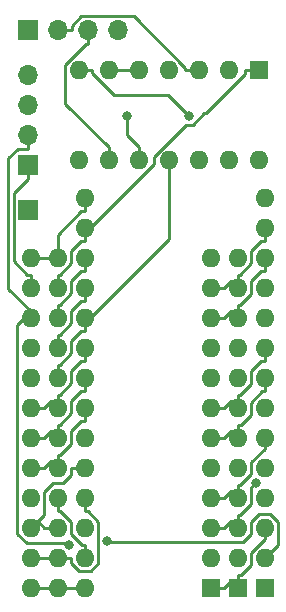
<source format=gbl>
G04 #@! TF.GenerationSoftware,KiCad,Pcbnew,(6.0.5)*
G04 #@! TF.CreationDate,2023-11-13T21:27:11+01:00*
G04 #@! TF.ProjectId,kicad-c128-byte-wide-color-ram,6b696361-642d-4633-9132-382d62797465,1.1*
G04 #@! TF.SameCoordinates,Original*
G04 #@! TF.FileFunction,Copper,L2,Bot*
G04 #@! TF.FilePolarity,Positive*
%FSLAX46Y46*%
G04 Gerber Fmt 4.6, Leading zero omitted, Abs format (unit mm)*
G04 Created by KiCad (PCBNEW (6.0.5)) date 2023-11-13 21:27:11*
%MOMM*%
%LPD*%
G01*
G04 APERTURE LIST*
G04 #@! TA.AperFunction,ComponentPad*
%ADD10R,1.600000X1.600000*%
G04 #@! TD*
G04 #@! TA.AperFunction,ComponentPad*
%ADD11O,1.600000X1.600000*%
G04 #@! TD*
G04 #@! TA.AperFunction,ComponentPad*
%ADD12R,1.700000X1.700000*%
G04 #@! TD*
G04 #@! TA.AperFunction,ComponentPad*
%ADD13O,1.700000X1.700000*%
G04 #@! TD*
G04 #@! TA.AperFunction,ViaPad*
%ADD14C,0.800000*%
G04 #@! TD*
G04 #@! TA.AperFunction,Conductor*
%ADD15C,0.250000*%
G04 #@! TD*
G04 APERTURE END LIST*
D10*
X126497000Y-68453000D03*
D11*
X123957000Y-68453000D03*
X121417000Y-68453000D03*
X118877000Y-68453000D03*
X116337000Y-68453000D03*
X113797000Y-68453000D03*
X111257000Y-68453000D03*
X111257000Y-76073000D03*
X113797000Y-76073000D03*
X116337000Y-76073000D03*
X118877000Y-76073000D03*
X121417000Y-76073000D03*
X123957000Y-76073000D03*
X126497000Y-76073000D03*
D12*
X106934000Y-76444000D03*
D13*
X106934000Y-73904000D03*
X106934000Y-71364000D03*
X106934000Y-68824000D03*
D12*
X106944000Y-65024000D03*
D13*
X109484000Y-65024000D03*
X112024000Y-65024000D03*
X114564000Y-65024000D03*
D12*
X106934000Y-80264000D03*
D10*
X124719000Y-112268000D03*
D11*
X124719000Y-109728000D03*
X124719000Y-107188000D03*
X124719000Y-104648000D03*
X124719000Y-102108000D03*
X124719000Y-99568000D03*
X124719000Y-97028000D03*
X124719000Y-94488000D03*
X124719000Y-91948000D03*
X124719000Y-89408000D03*
X124719000Y-86868000D03*
X124719000Y-84328000D03*
X109479000Y-84328000D03*
X109479000Y-86868000D03*
X109479000Y-89408000D03*
X109479000Y-91948000D03*
X109479000Y-94488000D03*
X109479000Y-97028000D03*
X109479000Y-99568000D03*
X109479000Y-102108000D03*
X109479000Y-104648000D03*
X109479000Y-107188000D03*
X109479000Y-109728000D03*
X109479000Y-112268000D03*
D10*
X122433000Y-112268000D03*
D11*
X122433000Y-109728000D03*
X122433000Y-107188000D03*
X122433000Y-104648000D03*
X122433000Y-102108000D03*
X122433000Y-99568000D03*
X122433000Y-97028000D03*
X122433000Y-94488000D03*
X122433000Y-91948000D03*
X122433000Y-89408000D03*
X122433000Y-86868000D03*
X122433000Y-84328000D03*
X107193000Y-84328000D03*
X107193000Y-86868000D03*
X107193000Y-89408000D03*
X107193000Y-91948000D03*
X107193000Y-94488000D03*
X107193000Y-97028000D03*
X107193000Y-99568000D03*
X107193000Y-102108000D03*
X107193000Y-104648000D03*
X107193000Y-107188000D03*
X107193000Y-109728000D03*
X107193000Y-112268000D03*
D10*
X127010000Y-112258000D03*
D11*
X127010000Y-109718000D03*
X127010000Y-107178000D03*
X127010000Y-104638000D03*
X127010000Y-102098000D03*
X127010000Y-99558000D03*
X127010000Y-97018000D03*
X127010000Y-94478000D03*
X127010000Y-91938000D03*
X127010000Y-89398000D03*
X127010000Y-86858000D03*
X127010000Y-84318000D03*
X127010000Y-81778000D03*
X127010000Y-79238000D03*
X111770000Y-79238000D03*
X111770000Y-81778000D03*
X111770000Y-84318000D03*
X111770000Y-86858000D03*
X111770000Y-89398000D03*
X111770000Y-91938000D03*
X111770000Y-94478000D03*
X111770000Y-97018000D03*
X111770000Y-99558000D03*
X111770000Y-102098000D03*
X111770000Y-104638000D03*
X111770000Y-107178000D03*
X111770000Y-109718000D03*
X111770000Y-112258000D03*
D14*
X120630800Y-72304900D03*
X126255500Y-103349300D03*
X115343000Y-72303100D03*
X113656900Y-108274600D03*
X110470700Y-108611800D03*
D15*
X109692000Y-93361100D02*
X109479000Y-93361100D01*
X110643100Y-92410000D02*
X109692000Y-93361100D01*
X110643100Y-91370000D02*
X110643100Y-92410000D01*
X111488200Y-90524900D02*
X110643100Y-91370000D01*
X111770000Y-90524900D02*
X111488200Y-90524900D01*
X109479000Y-94488000D02*
X109479000Y-93361100D01*
X111770000Y-89961400D02*
X111770000Y-89857000D01*
X111770000Y-89961400D02*
X111770000Y-90524900D01*
X111770000Y-89398000D02*
X111770000Y-89857000D01*
X118877000Y-82750000D02*
X118877000Y-76073000D01*
X111770000Y-89857000D02*
X118877000Y-82750000D01*
X109692000Y-90821100D02*
X109479000Y-90821100D01*
X110643100Y-89870000D02*
X109692000Y-90821100D01*
X110643100Y-88830000D02*
X110643100Y-89870000D01*
X111488200Y-87984900D02*
X110643100Y-88830000D01*
X111770000Y-87984900D02*
X111488200Y-87984900D01*
X111770000Y-86858000D02*
X111770000Y-87984900D01*
X109479000Y-91948000D02*
X109479000Y-90821100D01*
X109692000Y-88281100D02*
X109479000Y-88281100D01*
X110643100Y-87330000D02*
X109692000Y-88281100D01*
X110643100Y-86290000D02*
X110643100Y-87330000D01*
X111488200Y-85444900D02*
X110643100Y-86290000D01*
X111770000Y-85444900D02*
X111488200Y-85444900D01*
X111770000Y-84318000D02*
X111770000Y-85444900D01*
X109479000Y-89408000D02*
X109479000Y-88281100D01*
X109479000Y-86868000D02*
X109479000Y-85741100D01*
X111488200Y-82904900D02*
X111770000Y-82904900D01*
X110643100Y-83750000D02*
X111488200Y-82904900D01*
X110643100Y-84790000D02*
X110643100Y-83750000D01*
X109692000Y-85741100D02*
X110643100Y-84790000D01*
X109479000Y-85741100D02*
X109692000Y-85741100D01*
X111770000Y-82341400D02*
X111770000Y-82237000D01*
X111770000Y-82341400D02*
X111770000Y-82904900D01*
X111770000Y-81778000D02*
X111770000Y-82237000D01*
X126497000Y-68453000D02*
X125370100Y-68453000D01*
X125370100Y-68734800D02*
X125370100Y-68453000D01*
X122033800Y-72071100D02*
X125370100Y-68734800D01*
X121892500Y-72071100D02*
X122033800Y-72071100D01*
X121892500Y-72071200D02*
X121892500Y-72071100D01*
X120931900Y-73031800D02*
X121892500Y-72071200D01*
X120319800Y-73031800D02*
X120931900Y-73031800D01*
X117607000Y-75744600D02*
X120319800Y-73031800D01*
X117607000Y-76400000D02*
X117607000Y-75744600D01*
X111770000Y-82237000D02*
X117607000Y-76400000D01*
X110615900Y-112258000D02*
X110605900Y-112268000D01*
X111770000Y-112258000D02*
X110615900Y-112258000D01*
X109479000Y-112268000D02*
X110605900Y-112268000D01*
X107193000Y-112268000D02*
X109479000Y-112268000D01*
X107193000Y-109728000D02*
X109479000Y-109728000D01*
X110605900Y-110150600D02*
X110605900Y-109728000D01*
X111310100Y-110854800D02*
X110605900Y-110150600D01*
X112264900Y-110854800D02*
X111310100Y-110854800D01*
X112929800Y-110189900D02*
X112264900Y-110854800D01*
X112929800Y-106643000D02*
X112929800Y-110189900D01*
X112051700Y-105764900D02*
X112929800Y-106643000D01*
X111770000Y-105764900D02*
X112051700Y-105764900D01*
X111770000Y-104638000D02*
X111770000Y-105764900D01*
X109479000Y-109728000D02*
X110605900Y-109728000D01*
X107193000Y-107188000D02*
X107193000Y-106624500D01*
X109479000Y-107188000D02*
X108352100Y-107188000D01*
X108336100Y-106077000D02*
X107788600Y-106624500D01*
X108336100Y-104177700D02*
X108336100Y-106077000D01*
X109118200Y-103395600D02*
X108336100Y-104177700D01*
X109908900Y-103395600D02*
X109118200Y-103395600D01*
X110643100Y-102661400D02*
X109908900Y-103395600D01*
X110643100Y-102098000D02*
X110643100Y-102661400D01*
X107193000Y-106624500D02*
X107788600Y-106624500D01*
X107788600Y-106624500D02*
X108352100Y-107188000D01*
X111770000Y-102098000D02*
X110643100Y-102098000D01*
X109712500Y-105774900D02*
X109479000Y-105774900D01*
X110619500Y-106681900D02*
X109712500Y-105774900D01*
X110619500Y-107677000D02*
X110619500Y-106681900D01*
X111533600Y-108591100D02*
X110619500Y-107677000D01*
X111770000Y-108591100D02*
X111533600Y-108591100D01*
X111770000Y-109718000D02*
X111770000Y-108591100D01*
X109479000Y-104648000D02*
X109479000Y-105774900D01*
X111770000Y-97018000D02*
X111770000Y-98144900D01*
X111488200Y-98144900D02*
X111770000Y-98144900D01*
X110643100Y-98990000D02*
X111488200Y-98144900D01*
X110643100Y-100050500D02*
X110643100Y-98990000D01*
X109712500Y-100981100D02*
X110643100Y-100050500D01*
X109479000Y-100981100D02*
X109712500Y-100981100D01*
X109479000Y-102108000D02*
X109479000Y-101544500D01*
X109479000Y-101544500D02*
X109479000Y-100981100D01*
X108883400Y-101544500D02*
X108319900Y-102108000D01*
X109479000Y-101544500D02*
X108883400Y-101544500D01*
X107193000Y-102108000D02*
X108319900Y-102108000D01*
X111770000Y-94478000D02*
X111770000Y-95604900D01*
X111488200Y-95604900D02*
X111770000Y-95604900D01*
X110643100Y-96450000D02*
X111488200Y-95604900D01*
X110643100Y-97490000D02*
X110643100Y-96450000D01*
X109692000Y-98441100D02*
X110643100Y-97490000D01*
X109479000Y-98441100D02*
X109692000Y-98441100D01*
X109479000Y-99568000D02*
X109479000Y-99004500D01*
X109479000Y-99004500D02*
X109479000Y-98441100D01*
X108883400Y-99004500D02*
X108319900Y-99568000D01*
X109479000Y-99004500D02*
X108883400Y-99004500D01*
X107193000Y-99568000D02*
X108319900Y-99568000D01*
X109692000Y-95901100D02*
X109479000Y-95901100D01*
X110643100Y-94950000D02*
X109692000Y-95901100D01*
X110643100Y-93910000D02*
X110643100Y-94950000D01*
X111488200Y-93064900D02*
X110643100Y-93910000D01*
X111770000Y-93064900D02*
X111488200Y-93064900D01*
X111770000Y-91938000D02*
X111770000Y-93064900D01*
X109479000Y-97028000D02*
X109479000Y-96464500D01*
X109479000Y-96464500D02*
X109479000Y-95901100D01*
X108883400Y-96464500D02*
X108319900Y-97028000D01*
X109479000Y-96464500D02*
X108883400Y-96464500D01*
X107193000Y-97028000D02*
X108319900Y-97028000D01*
X111770000Y-79238000D02*
X111770000Y-80364900D01*
X109479000Y-82374200D02*
X109479000Y-84328000D01*
X111488300Y-80364900D02*
X109479000Y-82374200D01*
X111770000Y-80364900D02*
X111488300Y-80364900D01*
X107193000Y-84328000D02*
X108319900Y-84328000D01*
X109479000Y-84328000D02*
X108319900Y-84328000D01*
X112383900Y-68686500D02*
X112383900Y-68453000D01*
X114232300Y-70534900D02*
X112383900Y-68686500D01*
X118860800Y-70534900D02*
X114232300Y-70534900D01*
X120630800Y-72304900D02*
X118860800Y-70534900D01*
X111257000Y-68453000D02*
X112383900Y-68453000D01*
X124932000Y-85741100D02*
X124719000Y-85741100D01*
X125883100Y-84790000D02*
X124932000Y-85741100D01*
X125883100Y-83750000D02*
X125883100Y-84790000D01*
X126728200Y-82904900D02*
X125883100Y-83750000D01*
X127010000Y-82904900D02*
X126728200Y-82904900D01*
X127010000Y-81778000D02*
X127010000Y-82904900D01*
X124719000Y-86868000D02*
X124719000Y-86304500D01*
X124719000Y-86304500D02*
X124719000Y-85741100D01*
X124123400Y-86304500D02*
X123559900Y-86868000D01*
X124719000Y-86304500D02*
X124123400Y-86304500D01*
X122433000Y-86868000D02*
X123559900Y-86868000D01*
X124952500Y-88281100D02*
X124719000Y-88281100D01*
X125883100Y-87350500D02*
X124952500Y-88281100D01*
X125883100Y-86290000D02*
X125883100Y-87350500D01*
X126728200Y-85444900D02*
X125883100Y-86290000D01*
X127010000Y-85444900D02*
X126728200Y-85444900D01*
X127010000Y-84318000D02*
X127010000Y-85444900D01*
X124719000Y-89408000D02*
X124719000Y-88844500D01*
X124719000Y-88844500D02*
X124719000Y-88281100D01*
X124123400Y-88844500D02*
X123559900Y-89408000D01*
X124719000Y-88844500D02*
X124123400Y-88844500D01*
X122433000Y-89408000D02*
X123559900Y-89408000D01*
X124952500Y-95901100D02*
X124719000Y-95901100D01*
X125883100Y-94970500D02*
X124952500Y-95901100D01*
X125883100Y-93910000D02*
X125883100Y-94970500D01*
X126728200Y-93064900D02*
X125883100Y-93910000D01*
X127010000Y-93064900D02*
X126728200Y-93064900D01*
X127010000Y-91938000D02*
X127010000Y-93064900D01*
X124719000Y-97028000D02*
X124719000Y-96464500D01*
X124719000Y-96464500D02*
X124719000Y-95901100D01*
X124123400Y-96464500D02*
X123559900Y-97028000D01*
X124719000Y-96464500D02*
X124123400Y-96464500D01*
X122433000Y-97028000D02*
X123559900Y-97028000D01*
X126815600Y-95604900D02*
X127010000Y-95604900D01*
X125845900Y-96574600D02*
X126815600Y-95604900D01*
X125845900Y-97596000D02*
X125845900Y-96574600D01*
X125000800Y-98441100D02*
X125845900Y-97596000D01*
X124719000Y-98441100D02*
X125000800Y-98441100D01*
X127010000Y-94478000D02*
X127010000Y-95604900D01*
X124719000Y-99568000D02*
X124719000Y-99004500D01*
X124719000Y-99004500D02*
X124719000Y-98441100D01*
X124123400Y-99004500D02*
X123559900Y-99568000D01*
X124719000Y-99004500D02*
X124123400Y-99004500D01*
X122433000Y-99568000D02*
X123559900Y-99568000D01*
X127010000Y-99558000D02*
X127010000Y-100497700D01*
X124952500Y-103521100D02*
X124719000Y-103521100D01*
X125883100Y-102590500D02*
X124952500Y-103521100D01*
X125883100Y-101624600D02*
X125883100Y-102590500D01*
X127010000Y-100497700D02*
X125883100Y-101624600D01*
X124719000Y-104648000D02*
X124719000Y-104084500D01*
X124719000Y-104084500D02*
X124719000Y-103521100D01*
X124123400Y-104084500D02*
X123559900Y-104648000D01*
X124719000Y-104084500D02*
X124123400Y-104084500D01*
X122433000Y-104648000D02*
X123559900Y-104648000D01*
X125863700Y-103741100D02*
X126255500Y-103349300D01*
X125863700Y-105144000D02*
X125863700Y-103741100D01*
X124946600Y-106061100D02*
X125863700Y-105144000D01*
X124719000Y-106061100D02*
X124946600Y-106061100D01*
X124719000Y-107188000D02*
X124719000Y-106624500D01*
X124719000Y-106624500D02*
X124719000Y-106061100D01*
X124123400Y-106624500D02*
X123559900Y-107188000D01*
X124719000Y-106624500D02*
X124123400Y-106624500D01*
X122433000Y-107188000D02*
X123559900Y-107188000D01*
X127010000Y-107178000D02*
X127010000Y-108117700D01*
X125000800Y-111141100D02*
X124719000Y-111141100D01*
X125845900Y-110296000D02*
X125000800Y-111141100D01*
X125845900Y-109281800D02*
X125845900Y-110296000D01*
X127010000Y-108117700D02*
X125845900Y-109281800D01*
X124719000Y-112268000D02*
X124719000Y-111704500D01*
X124719000Y-111704500D02*
X124719000Y-111141100D01*
X124123400Y-111704500D02*
X123559900Y-112268000D01*
X124719000Y-111704500D02*
X124123400Y-111704500D01*
X122433000Y-112268000D02*
X123559900Y-112268000D01*
X115343000Y-73952100D02*
X116337000Y-74946100D01*
X115343000Y-72303100D02*
X115343000Y-73952100D01*
X116337000Y-76073000D02*
X116337000Y-74946100D01*
X110129400Y-71278500D02*
X113797000Y-74946100D01*
X110129400Y-67948400D02*
X110129400Y-71278500D01*
X111876900Y-66200900D02*
X110129400Y-67948400D01*
X112024000Y-66200900D02*
X111876900Y-66200900D01*
X112024000Y-65024000D02*
X112024000Y-66200900D01*
X113797000Y-76073000D02*
X113797000Y-74946100D01*
X120290100Y-68219500D02*
X120290100Y-68453000D01*
X115908600Y-63838000D02*
X120290100Y-68219500D01*
X111479100Y-63838000D02*
X115908600Y-63838000D01*
X110660900Y-64656200D02*
X111479100Y-63838000D01*
X110660900Y-65024000D02*
X110660900Y-64656200D01*
X109484000Y-65024000D02*
X110660900Y-65024000D01*
X121417000Y-68453000D02*
X120290100Y-68453000D01*
X113797000Y-68453000D02*
X116337000Y-68453000D01*
X107193000Y-89408000D02*
X107193000Y-88844500D01*
X110353900Y-108495000D02*
X110470700Y-108611800D01*
X106896300Y-108495000D02*
X110353900Y-108495000D01*
X106066100Y-107664800D02*
X106896300Y-108495000D01*
X106066100Y-89971400D02*
X106066100Y-107664800D01*
X107193000Y-88844500D02*
X106066100Y-89971400D01*
X106934000Y-73904000D02*
X106934000Y-75080900D01*
X105305200Y-86956700D02*
X107193000Y-88844500D01*
X105305200Y-75877400D02*
X105305200Y-86956700D01*
X106101700Y-75080900D02*
X105305200Y-75877400D01*
X106934000Y-75080900D02*
X106101700Y-75080900D01*
X113745200Y-108362900D02*
X113656900Y-108274600D01*
X125203600Y-108362900D02*
X113745200Y-108362900D01*
X125869500Y-107697000D02*
X125203600Y-108362900D01*
X125869500Y-106669600D02*
X125869500Y-107697000D01*
X126517700Y-106021400D02*
X125869500Y-106669600D01*
X127450900Y-106021400D02*
X126517700Y-106021400D01*
X128136900Y-106707400D02*
X127450900Y-106021400D01*
X128136900Y-108591100D02*
X128136900Y-106707400D01*
X127010000Y-109718000D02*
X128136900Y-108591100D01*
X105757100Y-78797800D02*
X106934000Y-77620900D01*
X105757100Y-84586900D02*
X105757100Y-78797800D01*
X106911300Y-85741100D02*
X105757100Y-84586900D01*
X107193000Y-85741100D02*
X106911300Y-85741100D01*
X107193000Y-86868000D02*
X107193000Y-85741100D01*
X106934000Y-76444000D02*
X106934000Y-77620900D01*
M02*

</source>
